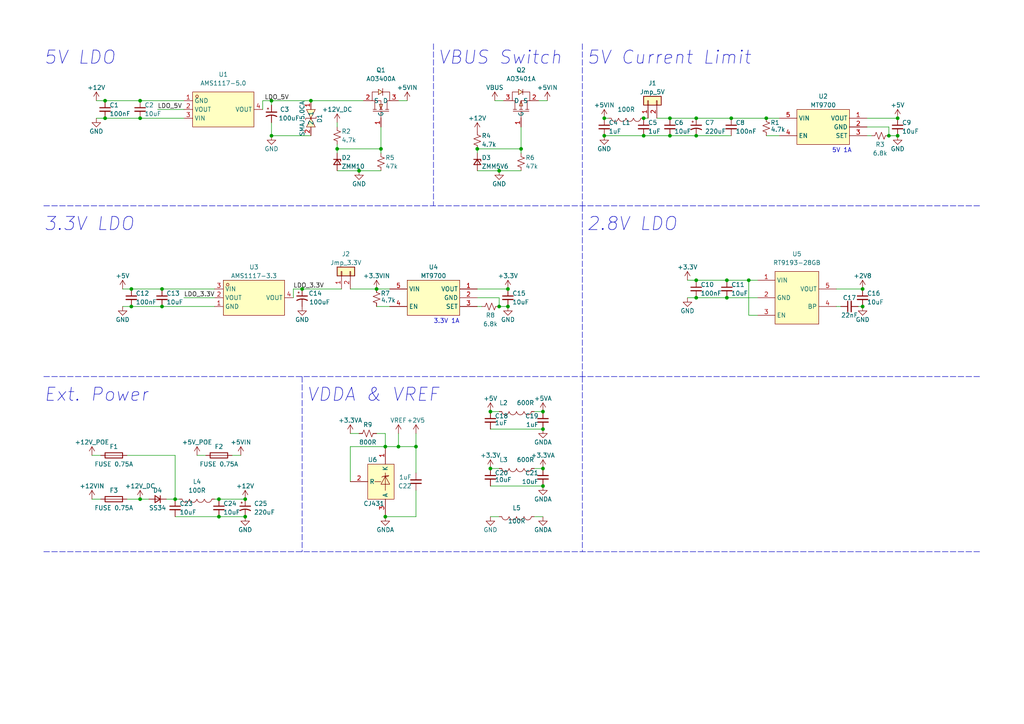
<source format=kicad_sch>
(kicad_sch (version 20211123) (generator eeschema)
  (paper "A4")
  (title_block (title "Power") (date "2022-10-25") (rev "200") (company "A. Chen") (comment 1 "CCTV3_F407ZET_REV100"))
  (lib_symbols
    (symbol "Connector_Generic:Conn_01x02" (pin_names (offset 1.016) hide)
      (property "Reference" "J" (at 0 2.54 0))
      (property "Value" "Conn_01x02" (at 0 -5.08 0))
      (symbol "Conn_01x02_1_1"
        (pin passive line (at -5.08 0 0) (length 3.81) (name "Pin_1") (number "1"))
        (pin passive line (at -5.08 -2.54 0) (length 3.81) (name "Pin_2") (number "2"))
      )
    )
    (symbol "Device:D_Small" (pin_numbers hide) (pin_names (offset 0.254) hide)
      (property "Reference" "D" (at -1.27 2.032 0))
      (property "Value" "D_Small" (at -3.81 -2.032 0))
      (symbol "D_Small_1_1"
        (pin passive line (at -2.54 0 0) (length 1.778) (name "K") (number "1"))
        (pin passive line (at 2.54 0 180) (length 1.778) (name "A") (number "2"))
      )
    )
    (symbol "Device:D_Zener_Small" (pin_numbers hide) (pin_names (offset 0.254) hide)
      (property "Reference" "D" (at 0 2.286 0))
      (property "Value" "D_Zener_Small" (at 0 -2.286 0))
      (symbol "D_Zener_Small_1_1"
        (pin passive line (at -2.54 0 0) (length 1.778) (name "K") (number "1"))
        (pin passive line (at 2.54 0 180) (length 1.778) (name "A") (number "2"))
      )
    )
    (symbol "Device:Fuse" (pin_numbers hide) (pin_names (offset 0))
      (property "Reference" "F" (at 2.032 0 90))
      (property "Value" "Fuse" (at -1.905 0 90))
      (symbol "Fuse_1_1"
        (pin passive line (at 0 3.81 270) (length 1.27) (name "~") (number "1"))
        (pin passive line (at 0 -3.81 90) (length 1.27) (name "~") (number "2"))
      )
    )
    (symbol "lcsc_parts:AMS1117-3.3"
      (property "Reference" "U" (at 0 7.62 0))
      (property "Value" "AMS1117-3.3" (at 0 -7.62 0))
      (symbol "AMS1117-3.3_0_1"
        (pin unspecified line (at -11.43 -2.54 0) (length 2.54) (name "GND") (number "1"))
        (pin unspecified line (at -11.43 0 0) (length 2.54) (name "VOUT") (number "2"))
        (pin unspecified line (at -11.43 2.54 0) (length 2.54) (name "VIN") (number "3"))
        (pin unspecified line (at 11.43 0 180) (length 2.54) (name "VOUT") (number "4"))
      )
    )
    (symbol "lcsc_parts:AMS1117-5.0"
      (property "Reference" "U" (at 0 7.62 0))
      (property "Value" "AMS1117-5.0" (at 0 -7.62 0))
      (symbol "AMS1117-5.0_0_1"
        (pin unspecified line (at -11.43 2.54 0) (length 2.54) (name "GND") (number "1"))
        (pin unspecified line (at -11.43 0 0) (length 2.54) (name "VOUT") (number "2"))
        (pin unspecified line (at -11.43 -2.54 0) (length 2.54) (name "VIN") (number "3"))
        (pin unspecified line (at 11.43 0 180) (length 2.54) (name "VOUT") (number "4"))
      )
    )
    (symbol "lcsc_parts:AO3400A"
      (property "Reference" "Q" (at 0 10.16 0))
      (property "Value" "AO3400A" (at 0 -10.16 0))
      (symbol "AO3400A_0_1"
        (pin unspecified line (at -5.08 0 0) (length 2.54) (name "G") (number "1"))
        (pin unspecified line (at 2.54 -5.08 90) (length 2.54) (name "S") (number "2"))
        (pin unspecified line (at 2.54 5.08 270) (length 2.54) (name "D") (number "3"))
      )
    )
    (symbol "lcsc_parts:AO3401A"
      (property "Reference" "Q" (at 0 10.16 0))
      (property "Value" "AO3401A" (at 0 -10.16 0))
      (symbol "AO3401A_0_1"
        (pin unspecified line (at -5.08 0 0) (length 2.54) (name "G") (number "1"))
        (pin unspecified line (at 2.54 -5.08 90) (length 2.54) (name "S") (number "2"))
        (pin unspecified line (at 2.54 5.08 270) (length 2.54) (name "D") (number "3"))
      )
    )
    (symbol "lcsc_parts:CJ431_C3113"
      (property "Reference" "U" (at 0 15.24 0))
      (property "Value" "CJ431_C3113" (at 0 -15.24 0))
      (symbol "CJ431_C3113_0_1"
        (pin unspecified line (at 3.81 10.16 270) (length 5.08) (name "K") (number "1"))
        (pin unspecified line (at -6.35 0 0) (length 5.08) (name "R") (number "2"))
        (pin unspecified line (at 3.81 -10.16 90) (length 5.08) (name "A") (number "3"))
      )
    )
    (symbol "lcsc_parts:Cap" (pin_numbers hide) (pin_names (offset 0.254) hide)
      (property "Reference" "C" (at 0.254 1.778 0))
      (property "Value" "Cap" (at 0.254 -2.032 0))
      (symbol "Cap_1_1"
        (pin passive line (at 0 2.54 270) (length 2.032) (name "~") (number "1"))
        (pin passive line (at 0 -2.54 90) (length 2.032) (name "~") (number "2"))
      )
    )
    (symbol "lcsc_parts:Cap_Polarized" (pin_numbers hide) (pin_names (offset 0.254) hide)
      (property "Reference" "C" (at 0.254 1.778 0))
      (property "Value" "Cap_Polarized" (at 0.254 -2.032 0))
      (symbol "Cap_Polarized_1_1"
        (pin passive line (at 0 2.54 270) (length 2.032) (name "~") (number "1"))
        (pin passive line (at 0 -2.54 90) (length 2.032) (name "~") (number "2"))
      )
    )
    (symbol "lcsc_parts:GZ1608D601TF" (pin_numbers hide) (pin_names hide)
      (property "Reference" "L" (at 0 5.08 0))
      (property "Value" "GZ1608D601TF" (at 0 -5.08 0))
      (symbol "GZ1608D601TF_0_1"
        (pin unspecified line (at -5.08 0 0) (length 0.762) (name "1") (number "1"))
        (pin unspecified line (at 5.08 0 180) (length 0.762) (name "2") (number "2"))
      )
    )
    (symbol "lcsc_parts:GZ2012D101TF" (pin_numbers hide) (pin_names hide)
      (property "Reference" "L" (at 0 5.08 0))
      (property "Value" "GZ2012D101TF" (at 0 -5.08 0))
      (symbol "GZ2012D101TF_0_1"
        (pin unspecified line (at -5.08 0 0) (length 0.762) (name "1") (number "1"))
        (pin unspecified line (at 5.08 0 180) (length 0.762) (name "2") (number "2"))
      )
    )
    (symbol "lcsc_parts:MT9700"
      (property "Reference" "U" (at 0 7.62 0))
      (property "Value" "MT9700" (at 0 -7.62 0))
      (symbol "MT9700_0_1"
        (pin unspecified line (at -12.7 -2.54 0) (length 5.08) (name "VOUT") (number "1"))
        (pin unspecified line (at -12.7 0 0) (length 5.08) (name "GND") (number "2"))
        (pin unspecified line (at -12.7 2.54 0) (length 5.08) (name "SET") (number "3"))
        (pin unspecified line (at 12.7 2.54 180) (length 5.08) (name "EN") (number "4"))
        (pin unspecified line (at 12.7 -2.54 180) (length 5.08) (name "VIN") (number "5"))
      )
    )
    (symbol "lcsc_parts:RT9193-28GB"
      (property "Reference" "U" (at 0 10.16 0))
      (property "Value" "RT9193-28GB" (at 0 -10.16 0))
      (symbol "RT9193-28GB_0_1"
        (pin unspecified line (at -11.43 5.08 0) (length 5.08) (name "VIN") (number "1"))
        (pin unspecified line (at -11.43 0 0) (length 5.08) (name "GND") (number "2"))
        (pin unspecified line (at -11.43 -5.08 0) (length 5.08) (name "EN") (number "3"))
        (pin unspecified line (at 11.43 -2.54 180) (length 5.08) (name "BP") (number "4"))
        (pin unspecified line (at 11.43 2.54 180) (length 5.08) (name "VOUT") (number "5"))
      )
    )
    (symbol "lcsc_parts:Res" (pin_numbers hide) (pin_names (offset 0.254) hide)
      (property "Reference" "R" (at 0.762 0.508 0))
      (property "Value" "Res" (at 0.762 -1.016 0))
      (symbol "Res_1_1"
        (pin passive line (at 0 2.54 270) (length 1.016) (name "~") (number "1"))
        (pin passive line (at 0 -2.54 90) (length 1.016) (name "~") (number "2"))
      )
    )
    (symbol "lcsc_parts:SMAJ5.0CA-C83324"
      (property "Reference" "D" (at 0 5.08 0))
      (property "Value" "SMAJ5.0CA-C83324" (at 0 -5.08 0))
      (symbol "SMAJ5.0CA-C83324_0_1"
        (pin unspecified line (at -5.08 0 0) (length 2.54) (name "1") (number "1"))
        (pin unspecified line (at 5.08 0 180) (length 2.54) (name "2") (number "2"))
      )
    )
    (symbol "power:+12V" (power) (pin_names (offset 0))
      (property "Value" "+12V" (at 0 3.556 0))
      (symbol "+12V_1_1"
        (pin power_in line (at 0 0 90) (length 0) hide (name "+12V") (number "1"))
      )
    )
    (symbol "power:+12VIN" (power) (pin_names (offset 0))
      (property "Value" "+12VIN" (at 0 3.556 0))
      (symbol "+12VIN_1_1"
        (pin power_in line (at 0 0 90) (length 0) hide (name "+12VIN") (number "1"))
      )
    )
    (symbol "power:+12V_DC" (power) (pin_names (offset 0))
      (property "Value" "+12V_DC" (at 0 3.556 0))
      (symbol "+12V_DC_1_1"
        (pin power_in line (at 0 0 90) (length 0) hide (name "+12V_DC") (number "1"))
      )
    )
    (symbol "power:+12V_POE" (power) (pin_names (offset 0))
      (property "Value" "+12V_POE" (at 0 3.556 0))
      (symbol "+12V_POE_1_1"
        (pin power_in line (at 0 0 90) (length 0) hide (name "+12V_POE") (number "1"))
      )
    )
    (symbol "power:+2V5" (power) (pin_names (offset 0))
      (property "Value" "+2V5" (at 0 3.556 0))
      (symbol "+2V5_1_1"
        (pin power_in line (at 0 0 90) (length 0) hide (name "+2V5") (number "1"))
      )
    )
    (symbol "power:+2V8" (power) (pin_names (offset 0))
      (property "Value" "+2V8" (at 0 3.556 0))
      (symbol "+2V8_1_1"
        (pin power_in line (at 0 0 90) (length 0) hide (name "+2V8") (number "1"))
      )
    )
    (symbol "power:+3.3V" (power) (pin_names (offset 0))
      (property "Value" "+3.3V" (at 0 3.556 0))
      (symbol "+3.3V_1_1"
        (pin power_in line (at 0 0 90) (length 0) hide (name "+3.3V") (number "1"))
      )
    )
    (symbol "power:+3.3VA" (power) (pin_names (offset 0))
      (property "Value" "+3.3VA" (at 0 3.556 0))
      (symbol "+3.3VA_1_1"
        (pin power_in line (at 0 0 90) (length 0) hide (name "+3.3VA") (number "1"))
      )
    )
    (symbol "power:+3.3VIN" (power) (pin_names (offset 0))
      (property "Value" "+3.3VIN" (at 0 3.556 0))
      (symbol "+3.3VIN_1_1"
        (pin power_in line (at 0 0 90) (length 0) hide (name "+3.3VIN") (number "1"))
      )
    )
    (symbol "power:+5V" (power) (pin_names (offset 0))
      (property "Value" "+5V" (at 0 3.556 0))
      (symbol "+5V_1_1"
        (pin power_in line (at 0 0 90) (length 0) hide (name "+5V") (number "1"))
      )
    )
    (symbol "power:+5VA" (power) (pin_names (offset 0))
      (property "Value" "+5VA" (at 0 3.556 0))
      (symbol "+5VA_1_1"
        (pin power_in line (at 0 0 90) (length 0) hide (name "+5VA") (number "1"))
      )
    )
    (symbol "power:+5VIN" (power) (pin_names (offset 0))
      (property "Value" "+5VIN" (at 0 3.556 0))
      (symbol "+5VIN_1_1"
        (pin power_in line (at 0 0 90) (length 0) hide (name "+5VIN") (number "1"))
      )
    )
    (symbol "power:+5V_POE" (power) (pin_names (offset 0))
      (property "Value" "+5V_POE" (at 0 3.556 0))
      (symbol "+5V_POE_1_1"
        (pin power_in line (at 0 0 90) (length 0) hide (name "+5V_POE") (number "1"))
      )
    )
    (symbol "power:GND" (power) (pin_names (offset 0))
      (property "Value" "GND" (at 0 -3.81 0))
      (symbol "GND_1_1"
        (pin power_in line (at 0 0 270) (length 0) hide (name "GND") (number "1"))
      )
    )
    (symbol "power:GNDA" (power) (pin_names (offset 0))
      (property "Value" "GNDA" (at 0 -3.81 0))
      (symbol "GNDA_1_1"
        (pin power_in line (at 0 0 270) (length 0) hide (name "GNDA") (number "1"))
      )
    )
    (symbol "power:VBUS" (power) (pin_names (offset 0))
      (property "Value" "VBUS" (at 0 3.81 0))
      (symbol "VBUS_1_1"
        (pin power_in line (at 0 0 90) (length 0) hide (name "VBUS") (number "1"))
      )
    )
    (symbol "power:VREF" (power) (pin_names (offset 0))
      (property "Value" "VREF" (at 0 3.81 0))
      (symbol "VREF_1_1"
        (pin power_in line (at 0 0 90) (length 0) hide (name "VREF") (number "1"))
      )
    )
  )
  (junction (at 175.26 34.29))
  (junction (at 201.93 81.28))
  (junction (at 144.78 49.53))
  (junction (at 186.69 34.29))
  (junction (at 40.64 34.29))
  (junction (at 147.32 83.82))
  (junction (at 194.31 34.29))
  (junction (at 78.74 29.21))
  (junction (at 87.63 83.82))
  (junction (at 157.48 135.89))
  (junction (at 201.93 34.29))
  (junction (at 40.64 144.78))
  (junction (at 63.5 149.86))
  (junction (at 175.26 39.37))
  (junction (at 142.24 135.89))
  (junction (at 78.74 39.37))
  (junction (at 71.12 144.78))
  (junction (at 71.12 149.86))
  (junction (at 151.13 43.18))
  (junction (at 50.8 144.78))
  (junction (at 260.35 34.29))
  (junction (at 212.09 34.29))
  (junction (at 63.5 144.78))
  (junction (at 40.64 29.21))
  (junction (at 109.22 83.82))
  (junction (at 46.99 83.82))
  (junction (at 97.79 43.18))
  (junction (at 30.48 29.21))
  (junction (at 157.48 140.97))
  (junction (at 157.48 124.46))
  (junction (at 250.19 88.9))
  (junction (at 147.32 88.9))
  (junction (at 250.19 83.82))
  (junction (at 210.82 81.28))
  (junction (at 90.17 29.21))
  (junction (at 111.76 149.86))
  (junction (at 201.93 39.37))
  (junction (at 157.48 119.38))
  (junction (at 194.31 39.37))
  (junction (at 222.25 34.29))
  (junction (at 30.48 34.29))
  (junction (at 111.76 129.54))
  (junction (at 260.35 39.37))
  (junction (at 257.81 39.37))
  (junction (at 120.65 129.54))
  (junction (at 217.17 81.28))
  (junction (at 142.24 119.38))
  (junction (at 38.1 83.82))
  (junction (at 104.14 49.53))
  (junction (at 144.78 88.9))
  (junction (at 138.43 43.18))
  (junction (at 210.82 86.36))
  (junction (at 46.99 88.9))
  (junction (at 115.57 129.54))
  (junction (at 186.69 39.37))
  (junction (at 201.93 86.36))
  (junction (at 110.49 43.18))
  (junction (at 38.1 88.9))
  (wire (pts (xy 138.43 86.36) (xy 144.78 86.36)))
  (wire (pts (xy 97.79 49.53) (xy 104.14 49.53)))
  (wire (pts (xy 201.93 34.29) (xy 212.09 34.29)))
  (wire (pts (xy 97.79 43.18) (xy 97.79 41.91)))
  (wire (pts (xy 142.24 135.89) (xy 144.78 135.89)))
  (wire (pts (xy 142.24 119.38) (xy 144.78 119.38)))
  (wire (pts (xy 201.93 81.28) (xy 210.82 81.28)))
  (wire (pts (xy 67.31 132.08) (xy 69.85 132.08)))
  (wire (pts (xy 138.43 49.53) (xy 144.78 49.53)))
  (wire (pts (xy 115.57 129.54) (xy 111.76 129.54)))
  (wire (pts (xy 252.73 39.37) (xy 251.46 39.37)))
  (wire (pts (xy 78.74 39.37) (xy 90.17 39.37)))
  (wire (pts (xy 217.17 91.44) (xy 219.71 91.44)))
  (wire (pts (xy 76.2 31.75) (xy 76.2 29.21)))
  (wire (pts (xy 115.57 129.54) (xy 120.65 129.54)))
  (wire (pts (xy 143.51 29.21) (xy 146.05 29.21)))
  (wire (pts (xy 46.99 88.9) (xy 62.23 88.9)))
  (wire (pts (xy 154.94 149.86) (xy 157.48 149.86)))
  (wire (pts (xy 50.8 149.86) (xy 63.5 149.86)))
  (wire (pts (xy 35.56 83.82) (xy 38.1 83.82)))
  (wire (pts (xy 30.48 34.29) (xy 40.64 34.29)))
  (wire (pts (xy 151.13 36.83) (xy 151.13 43.18)))
  (wire (pts (xy 115.57 29.21) (xy 118.11 29.21)))
  (wire (pts (xy 190.5 34.29) (xy 194.31 34.29)))
  (wire (pts (xy 199.39 86.36) (xy 201.93 86.36)))
  (wire (pts (xy 78.74 29.21) (xy 90.17 29.21)))
  (wire (pts (xy 139.7 88.9) (xy 138.43 88.9)))
  (wire (pts (xy 222.25 34.29) (xy 226.06 34.29)))
  (wire (pts (xy 175.26 39.37) (xy 186.69 39.37)))
  (wire (pts (xy 120.65 142.24) (xy 120.65 149.86)))
  (wire (pts (xy 144.78 49.53) (xy 151.13 49.53)))
  (wire (pts (xy 120.65 129.54) (xy 120.65 137.16)))
  (wire (pts (xy 251.46 36.83) (xy 257.81 36.83)))
  (wire (pts (xy 251.46 34.29) (xy 260.35 34.29)))
  (wire (pts (xy 120.65 149.86) (xy 111.76 149.86)))
  (wire (pts (xy 63.5 149.86) (xy 71.12 149.86)))
  (wire (pts (xy 50.8 132.08) (xy 50.8 144.78)))
  (wire (pts (xy 257.81 39.37) (xy 260.35 39.37)))
  (wire (pts (xy 97.79 44.45) (xy 97.79 43.18)))
  (wire (pts (xy 27.94 29.21) (xy 30.48 29.21)))
  (wire (pts (xy 194.31 39.37) (xy 201.93 39.37)))
  (wire (pts (xy 111.76 125.73) (xy 111.76 129.54)))
  (wire (pts (xy 142.24 124.46) (xy 157.48 124.46)))
  (wire (pts (xy 199.39 81.28) (xy 201.93 81.28)))
  (wire (pts (xy 217.17 81.28) (xy 217.17 91.44)))
  (wire (pts (xy 157.48 135.89) (xy 154.94 135.89)))
  (wire (pts (xy 90.17 29.21) (xy 105.41 29.21)))
  (wire (pts (xy 78.74 39.37) (xy 78.74 35.56)))
  (wire (pts (xy 78.74 30.48) (xy 78.74 29.21)))
  (wire (pts (xy 63.5 144.78) (xy 71.12 144.78)))
  (wire (pts (xy 40.64 144.78) (xy 36.83 144.78)))
  (wire (pts (xy 76.2 29.21) (xy 78.74 29.21)))
  (wire (pts (xy 222.25 39.37) (xy 226.06 39.37)))
  (wire (pts (xy 104.14 49.53) (xy 110.49 49.53)))
  (wire (pts (xy 38.1 88.9) (xy 46.99 88.9)))
  (wire (pts (xy 151.13 44.45) (xy 151.13 43.18)))
  (wire (pts (xy 26.67 132.08) (xy 29.21 132.08)))
  (wire (pts (xy 45.72 31.75) (xy 53.34 31.75)))
  (wire (pts (xy 257.81 36.83) (xy 257.81 39.37)))
  (wire (pts (xy 138.43 83.82) (xy 147.32 83.82)))
  (wire (pts (xy 29.21 144.78) (xy 26.67 144.78)))
  (polyline (pts (xy 12.7 59.69) (xy 284.48 59.69)))
  (wire (pts (xy 186.69 34.29) (xy 187.96 34.29)))
  (wire (pts (xy 242.57 83.82) (xy 250.19 83.82)))
  (wire (pts (xy 101.6 125.73) (xy 104.14 125.73)))
  (wire (pts (xy 110.49 36.83) (xy 110.49 43.18)))
  (wire (pts (xy 210.82 81.28) (xy 217.17 81.28)))
  (wire (pts (xy 101.6 129.54) (xy 101.6 139.7)))
  (polyline (pts (xy 168.91 12.7) (xy 168.91 59.69)))
  (polyline (pts (xy 125.73 12.7) (xy 125.73 59.69)))
  (wire (pts (xy 109.22 83.82) (xy 113.03 83.82)))
  (wire (pts (xy 101.6 83.82) (xy 109.22 83.82)))
  (wire (pts (xy 243.84 88.9) (xy 242.57 88.9)))
  (wire (pts (xy 97.79 35.56) (xy 97.79 36.83)))
  (wire (pts (xy 43.18 144.78) (xy 40.64 144.78)))
  (wire (pts (xy 201.93 39.37) (xy 212.09 39.37)))
  (wire (pts (xy 35.56 88.9) (xy 38.1 88.9)))
  (wire (pts (xy 138.43 43.18) (xy 151.13 43.18)))
  (wire (pts (xy 27.94 34.29) (xy 30.48 34.29)))
  (wire (pts (xy 194.31 34.29) (xy 201.93 34.29)))
  (wire (pts (xy 109.22 88.9) (xy 113.03 88.9)))
  (wire (pts (xy 248.92 88.9) (xy 250.19 88.9)))
  (wire (pts (xy 212.09 34.29) (xy 222.25 34.29)))
  (wire (pts (xy 40.64 34.29) (xy 53.34 34.29)))
  (wire (pts (xy 142.24 149.86) (xy 144.78 149.86)))
  (wire (pts (xy 110.49 44.45) (xy 110.49 43.18)))
  (wire (pts (xy 46.99 83.82) (xy 62.23 83.82)))
  (polyline (pts (xy 168.91 59.69) (xy 168.91 109.22)))
  (wire (pts (xy 138.43 44.45) (xy 138.43 43.18)))
  (wire (pts (xy 40.64 29.21) (xy 53.34 29.21)))
  (wire (pts (xy 62.23 144.78) (xy 63.5 144.78)))
  (polyline (pts (xy 12.7 109.22) (xy 284.48 109.22)))
  (wire (pts (xy 85.09 83.82) (xy 87.63 83.82)))
  (wire (pts (xy 156.21 29.21) (xy 158.75 29.21)))
  (wire (pts (xy 201.93 86.36) (xy 210.82 86.36)))
  (wire (pts (xy 210.82 86.36) (xy 219.71 86.36)))
  (wire (pts (xy 57.15 132.08) (xy 59.69 132.08)))
  (wire (pts (xy 186.69 39.37) (xy 194.31 39.37)))
  (wire (pts (xy 120.65 129.54) (xy 120.65 125.73)))
  (wire (pts (xy 217.17 81.28) (xy 219.71 81.28)))
  (wire (pts (xy 36.83 132.08) (xy 50.8 132.08)))
  (wire (pts (xy 53.34 86.36) (xy 62.23 86.36)))
  (polyline (pts (xy 87.63 109.22) (xy 87.63 160.02)))
  (wire (pts (xy 30.48 29.21) (xy 40.64 29.21)))
  (wire (pts (xy 142.24 140.97) (xy 157.48 140.97)))
  (wire (pts (xy 97.79 43.18) (xy 110.49 43.18)))
  (wire (pts (xy 48.26 144.78) (xy 50.8 144.78)))
  (wire (pts (xy 87.63 83.82) (xy 99.06 83.82)))
  (wire (pts (xy 115.57 125.73) (xy 115.57 129.54)))
  (wire (pts (xy 109.22 125.73) (xy 111.76 125.73)))
  (wire (pts (xy 144.78 86.36) (xy 144.78 88.9)))
  (wire (pts (xy 38.1 83.82) (xy 46.99 83.82)))
  (polyline (pts (xy 168.91 109.22) (xy 168.91 160.02)))
  (wire (pts (xy 85.09 86.36) (xy 85.09 83.82)))
  (polyline (pts (xy 12.7 160.02) (xy 284.48 160.02)))
  (wire (pts (xy 157.48 119.38) (xy 154.94 119.38)))
  (wire (pts (xy 101.6 129.54) (xy 111.76 129.54)))
  (wire (pts (xy 144.78 88.9) (xy 147.32 88.9)))
  (wire (pts (xy 175.26 34.29) (xy 176.53 34.29)))
  (wire (pts (xy 50.8 144.78) (xy 52.07 144.78)))
  (text "5V Current Limit" (at 170.18 19.05 0) (effects (font (size 3.81 3.81) italic) (justify left bottom)))
  (text "2.8V LDO" (at 170.18 67.31 0) (effects (font (size 3.81 3.81) italic) (justify left bottom)))
  (text "3.3V 1A" (at 125.73 93.98 0) (effects (font (size 1.27 1.27)) (justify left bottom)))
  (text "5V LDO\n" (at 12.7 19.05 0) (effects (font (size 3.81 3.81) italic) (justify left bottom)))
  (text "VBUS Switch" (at 127 19.05 0) (effects (font (size 3.81 3.81) italic) (justify left bottom)))
  (text "VDDA & VREF" (at 88.9 116.84 0) (effects (font (size 3.81 3.81) italic) (justify left bottom)))
  (text "3.3V LDO" (at 12.7 67.31 0) (effects (font (size 3.81 3.81) italic) (justify left bottom)))
  (text "Ext. Power" (at 12.7 116.84 0) (effects (font (size 3.81 3.81) italic) (justify left bottom)))
  (text "5V 1A" (at 241.3 44.45 0) (effects (font (size 1.27 1.27)) (justify left bottom)))
  (label "LDO_3.3V" (at 53.34 86.36 0))
  (label "LDO_5V" (at 45.72 31.75 0))
  (label "LDO_5V" (at 83.82 29.21 180))
  (label "LDO_3.3V" (at 93.98 83.82 180))
  (symbol (lib_id "lcsc_parts:Res") (at 106.68 125.73 270) (unit 1)
    (property "Reference" "R9" (at 106.68 123.19 90))
    (property "Value" "800R" (at 106.68 128.27 90))
    (property "Footprint" "Resistor_SMD:R_0603_1608Metric" (effects hide))
    (property "LCSC Part" "TBD" (effects hide))
  )
  (symbol (lib_id "Device:D_Zener_Small") (at 97.79 46.99 270) (unit 1)
    (property "Reference" "D2" (at 99.06 45.72 90) (effects (justify left)))
    (property "Value" "ZMM10" (at 99.06 48.26 90) (effects (justify left)))
    (property "Footprint" "lcsc_parts:LL-34_L3.5-W1.5-RD" (effects hide))
    (property "Datasheet" "https://lcsc.com/product-detail/Zener-Diodes_Slkor-SLKORMICRO-Elec-ZMM10_C707201.html" (effects hide))
    (property "Manufacturer" "Slkor(SLKORMICRO Elec.)" (effects hide))
    (property "LCSC Part" "C707201" (effects hide))
    (property "JLC Part" "Extended Part" (effects hide))
  )
  (symbol (lib_id "lcsc_parts:Cap") (at 194.31 36.83 0) (unit 1)
    (property "Reference" "C6" (at 195.58 35.56 0) (effects (justify left)))
    (property "Value" "10uF" (at 195.58 38.1 0) (effects (justify left)))
    (property "Footprint" "Capacitor_SMD:C_0603_1608Metric" (effects hide))
    (property "Voltage" "25V" (effects hide))
    (property "LCSC Part" "TBD" (effects hide))
  )
  (symbol (lib_id "lcsc_parts:Res") (at 151.13 46.99 180) (unit 1)
    (property "Reference" "R6" (at 152.4 45.72 0) (effects (justify right)))
    (property "Value" "47k" (at 152.4 48.26 0) (effects (justify right)))
    (property "Footprint" "Resistor_SMD:R_0603_1608Metric" (effects hide))
    (property "LCSC Part" "TBD" (effects hide))
  )
  (symbol (lib_id "lcsc_parts:AMS1117-5.0") (at 64.77 31.75 0) (unit 1)
    (property "Reference" "U1" (at 64.77 21.59 0))
    (property "Value" "AMS1117-5.0" (at 64.77 24.13 0))
    (property "Footprint" "lcsc_parts:SOT-223_L6.5-W3.5-P2.30-LS7.0-BR" (effects hide))
    (property "Datasheet" "https://lcsc.com/product-detail/Low-Dropout-Regulators-LDO_AMS_AMS1117-5-0_AMS1117-5-0_C6187.html" (effects hide))
    (property "Manufacturer" "AMS" (effects hide))
    (property "LCSC Part" "C6187" (effects hide))
    (property "JLC Part" "Basic Part" (effects hide))
  )
  (symbol (lib_id "lcsc_parts:Res") (at 110.49 46.99 180) (unit 1)
    (property "Reference" "R5" (at 111.76 45.72 0) (effects (justify right)))
    (property "Value" "47k" (at 111.76 48.26 0) (effects (justify right)))
    (property "Footprint" "Resistor_SMD:R_0603_1608Metric" (effects hide))
    (property "LCSC Part" "TBD" (effects hide))
  )
  (symbol (lib_id "lcsc_parts:Cap") (at 246.38 88.9 90) (unit 1)
    (property "Reference" "C17" (at 246.38 86.36 90))
    (property "Value" "22nF" (at 246.38 91.44 90))
    (property "Footprint" "Capacitor_SMD:C_0402_1005Metric" (effects hide))
    (property "Voltage" "50V" (effects hide))
    (property "LCSC Part" "TBD" (effects hide))
  )
  (symbol (lib_id "Device:Fuse") (at 63.5 132.08 90) (unit 1)
    (property "Reference" "F2" (at 63.5 129.54 90))
    (property "Value" "FUSE 0.75A" (at 63.5 134.62 90))
    (property "Footprint" "Fuse:Fuse_1812_4532Metric" (effects hide))
    (property "Voltage" "33V" (effects hide))
  )
  (symbol (lib_id "power:+3.3VA") (at 157.48 135.89 0) (unit 1)
    (property "Reference" "#PWR035" (effects hide))
    (property "Value" "+3.3VA" (at 157.48 132.08 0))
  )
  (symbol (lib_id "lcsc_parts:Cap_Polarized") (at 87.63 86.36 0) (unit 1)
    (property "Reference" "C14" (at 91.44 85.09 0))
    (property "Value" "100uF" (at 92.71 87.63 0))
    (property "Footprint" "lcsc_parts:CAP-SMD_L3.5-W2.8" (effects hide))
    (property "Datasheet" "https://lcsc.com/product-detail/Tantalum-Capacitors_AVX_TAJB107K006RNJ_100uF-107-10-6-3V_C16133.html" (effects hide))
    (property "Manufacturer" "AVX" (effects hide))
    (property "LCSC Part" "TBD" (effects hide))
    (property "JLC Part" "Basic Part" (effects hide))
    (property "Voltage" "6.3V Tantalum" (effects hide))
  )
  (symbol (lib_id "lcsc_parts:Cap") (at 50.8 147.32 0) (unit 1)
    (property "Reference" "C23" (at 52.07 146.05 0) (effects (justify left)))
    (property "Value" "10uF" (at 52.07 148.59 0) (effects (justify left)))
    (property "Footprint" "Capacitor_SMD:C_1206_3216Metric" (effects hide))
    (property "Voltage" "50V" (effects hide))
    (property "LCSC Part" "TBD" (effects hide))
  )
  (symbol (lib_id "power:+12V_DC") (at 40.64 144.78 0) (unit 1)
    (property "Reference" "#PWR038" (effects hide))
    (property "Value" "+12V_DC" (at 40.64 140.97 0))
  )
  (symbol (lib_id "power:GND") (at 250.19 88.9 0) (unit 1)
    (property "Reference" "#PWR024" (effects hide))
    (property "Value" "GND" (at 250.19 92.71 0))
  )
  (symbol (lib_id "power:GNDA") (at 111.76 149.86 0) (unit 1)
    (property "Reference" "#PWR041" (effects hide))
    (property "Value" "GNDA" (at 111.76 153.67 0))
  )
  (symbol (lib_id "power:+5VIN") (at 175.26 34.29 0) (unit 1)
    (property "Reference" "#PWR06" (effects hide))
    (property "Value" "+5VIN" (at 175.26 30.48 0))
  )
  (symbol (lib_id "power:GNDA") (at 157.48 149.86 0) (unit 1)
    (property "Reference" "#PWR043" (effects hide))
    (property "Value" "GNDA" (at 157.48 153.67 0))
  )
  (symbol (lib_id "lcsc_parts:Res") (at 142.24 88.9 90) (unit 1)
    (property "Reference" "R8" (at 142.24 91.44 90))
    (property "Value" "6.8k" (at 142.24 93.98 90))
    (property "Footprint" "Resistor_SMD:R_0402_1005Metric" (effects hide))
    (property "LCSC Part" "TBD" (effects hide))
  )
  (symbol (lib_id "Connector_Generic:Conn_01x02") (at 187.96 29.21 90) (unit 1)
    (property "Reference" "J1" (at 189.23 24.13 90))
    (property "Value" "Jmp_5V" (at 189.23 26.67 90))
    (property "Footprint" "Connector_PinHeader_2.54mm:PinHeader_2x01_P2.54mm_Vertical" (effects hide))
  )
  (symbol (lib_id "power:GND") (at 199.39 86.36 0) (unit 1)
    (property "Reference" "#PWR020" (effects hide))
    (property "Value" "GND" (at 199.39 90.17 0))
  )
  (symbol (lib_id "power:GND") (at 260.35 39.37 0) (unit 1)
    (property "Reference" "#PWR012" (effects hide))
    (property "Value" "GND" (at 260.35 43.18 0))
  )
  (symbol (lib_id "lcsc_parts:Res") (at 138.43 40.64 180) (unit 1)
    (property "Reference" "R4" (at 139.7 39.37 0) (effects (justify right)))
    (property "Value" "4.7k" (at 139.7 41.91 0) (effects (justify right)))
    (property "Footprint" "Resistor_SMD:R_0603_1608Metric" (effects hide))
    (property "LCSC Part" "TBD" (effects hide))
  )
  (symbol (lib_id "lcsc_parts:Res") (at 255.27 39.37 90) (unit 1)
    (property "Reference" "R3" (at 255.27 41.91 90))
    (property "Value" "6.8k" (at 255.27 44.45 90))
    (property "Footprint" "Resistor_SMD:R_0402_1005Metric" (effects hide))
    (property "LCSC Part" "TBD" (effects hide))
  )
  (symbol (lib_id "power:+12V") (at 71.12 144.78 0) (unit 1)
    (property "Reference" "#PWR039" (effects hide))
    (property "Value" "+12V" (at 71.12 140.97 0))
  )
  (symbol (lib_id "lcsc_parts:Cap") (at 120.65 139.7 180) (unit 1)
    (property "Reference" "C22" (at 119.38 140.97 0) (effects (justify left)))
    (property "Value" "1uF" (at 119.38 138.43 0) (effects (justify left)))
    (property "Footprint" "Capacitor_SMD:C_0603_1608Metric" (effects hide))
    (property "Voltage" "16V" (effects hide))
    (property "LCSC Part" "TBD" (effects hide))
  )
  (symbol (lib_id "lcsc_parts:Cap") (at 157.48 138.43 0) (unit 1)
    (property "Reference" "C21" (at 156.21 137.16 0) (effects (justify right)))
    (property "Value" "10uF" (at 156.21 139.7 0) (effects (justify right)))
    (property "Footprint" "Capacitor_SMD:C_0402_1005Metric" (effects hide))
    (property "Voltage" "50V" (effects hide))
    (property "LCSC Part" "TBD" (effects hide))
  )
  (symbol (lib_id "lcsc_parts:MT9700") (at 125.73 86.36 180) (unit 1)
    (property "Reference" "U4" (at 125.73 77.47 0))
    (property "Value" "MT9700" (at 125.73 80.01 0))
    (property "Footprint" "lcsc_parts:SOT-23-5_L3.0-W1.7-P0.95-LS2.8-BR" (effects hide))
    (property "Datasheet" "https://lcsc.com/product-detail/PMIC-Power-Distribution-Switches_MT9700_C89855.html" (effects hide))
    (property "Manufacturer" "AEROSEMI" (effects hide))
    (property "LCSC Part" "C89855" (effects hide))
    (property "JLC Part" "Extended Part" (effects hide))
  )
  (symbol (lib_id "lcsc_parts:Cap_Polarized") (at 71.12 147.32 0) (unit 1)
    (property "Reference" "C25" (at 73.66 146.05 0) (effects (justify left)))
    (property "Value" "220uF" (at 73.66 148.59 0) (effects (justify left)))
    (property "Footprint" "lcsc_parts:CAP-SMD_BD6.3-L6.6-W6.6-LS7.2-R-RD" (effects hide))
    (property "Datasheet" "https://lcsc.com/product-detail/Others_Lelon-VZT221M1ETR-0607_C371974.html" (effects hide))
    (property "Manufacturer" "Lelon" (effects hide))
    (property "LCSC Part" "C371974" (effects hide))
    (property "JLC Part" "Extended Part" (effects hide))
    (property "Voltage" "25V" (effects hide))
  )
  (symbol (lib_id "power:GND") (at 35.56 88.9 0) (unit 1)
    (property "Reference" "#PWR021" (effects hide))
    (property "Value" "GND" (at 35.56 92.71 0))
  )
  (symbol (lib_id "lcsc_parts:Cap") (at 157.48 121.92 0) (unit 1)
    (property "Reference" "C19" (at 156.21 120.65 0) (effects (justify right)))
    (property "Value" "1uF" (at 156.21 123.19 0) (effects (justify right)))
    (property "Footprint" "Capacitor_SMD:C_0402_1005Metric" (effects hide))
    (property "Voltage" "50V" (effects hide))
    (property "LCSC Part" "TBD" (effects hide))
  )
  (symbol (lib_id "power:VBUS") (at 143.51 29.21 0) (unit 1)
    (property "Reference" "#PWR03" (effects hide))
    (property "Value" "VBUS" (at 143.51 25.4 0))
  )
  (symbol (lib_id "power:+3.3VA") (at 101.6 125.73 0) (unit 1)
    (property "Reference" "#PWR028" (effects hide))
    (property "Value" "+3.3VA" (at 101.6 121.92 0))
  )
  (symbol (lib_id "lcsc_parts:RT9193-28GB") (at 231.14 86.36 0) (unit 1)
    (property "Reference" "U5" (at 231.14 73.66 0))
    (property "Value" "RT9193-28GB" (at 231.14 76.2 0))
    (property "Footprint" "lcsc_parts:SOT-23-5_L3.0-W1.7-P0.95-LS2.8-BR" (effects hide))
    (property "Datasheet" "https://lcsc.com/product-detail/Low-Dropout-Regulators-LDO_RT9193-28GB_C56731.html" (effects hide))
    (property "Manufacturer" "RICHTEK" (effects hide))
    (property "LCSC Part" "C56731" (effects hide))
    (property "JLC Part" "Extended Part" (effects hide))
  )
  (symbol (lib_id "power:+3.3V") (at 199.39 81.28 0) (unit 1)
    (property "Reference" "#PWR015" (effects hide))
    (property "Value" "+3.3V" (at 199.39 77.47 0))
  )
  (symbol (lib_id "power:+12V_DC") (at 97.79 35.56 0) (unit 1)
    (property "Reference" "#PWR08" (effects hide))
    (property "Value" "+12V_DC" (at 97.79 31.75 0))
  )
  (symbol (lib_id "lcsc_parts:Cap") (at 250.19 86.36 0) (unit 1)
    (property "Reference" "C16" (at 251.46 85.09 0) (effects (justify left)))
    (property "Value" "10uF" (at 251.46 87.63 0) (effects (justify left)))
    (property "Footprint" "Capacitor_SMD:C_0402_1005Metric" (effects hide))
    (property "Voltage" "6.3V" (effects hide))
    (property "LCSC Part" "TBD" (effects hide))
  )
  (symbol (lib_id "lcsc_parts:Cap") (at 260.35 36.83 0) (unit 1)
    (property "Reference" "C9" (at 261.62 35.56 0) (effects (justify left)))
    (property "Value" "10uF" (at 261.62 38.1 0) (effects (justify left)))
    (property "Footprint" "Capacitor_SMD:C_0603_1608Metric" (effects hide))
    (property "Voltage" "25V" (effects hide))
    (property "LCSC Part" "TBD" (effects hide))
  )
  (symbol (lib_id "power:+3.3VIN") (at 109.22 83.82 0) (unit 1)
    (property "Reference" "#PWR017" (effects hide))
    (property "Value" "+3.3VIN" (at 109.22 80.01 0))
  )
  (symbol (lib_id "Connector_Generic:Conn_01x02") (at 99.06 78.74 90) (unit 1)
    (property "Reference" "J2" (at 100.33 73.66 90))
    (property "Value" "Jmp_3.3V" (at 100.33 76.2 90))
    (property "Footprint" "Connector_PinHeader_2.54mm:PinHeader_2x01_P2.54mm_Vertical" (effects hide))
  )
  (symbol (lib_id "Device:D_Zener_Small") (at 138.43 46.99 270) (unit 1)
    (property "Reference" "D3" (at 139.7 45.72 90) (effects (justify left)))
    (property "Value" "ZMM5V6" (at 139.7 48.26 90) (effects (justify left)))
    (property "Footprint" "lcsc_parts:LL-34_L3.5-W1.5-RD" (effects hide))
    (property "Datasheet" "https://lcsc.com/product-detail/Zener-Diodes_ZMM5V6_C8062.html" (effects hide))
    (property "Manufacturer" "SEMTECH" (effects hide))
    (property "LCSC Part" "C8062" (effects hide))
    (property "JLC Part" "Basic Part" (effects hide))
  )
  (symbol (lib_id "lcsc_parts:Cap") (at 142.24 121.92 0) (unit 1)
    (property "Reference" "C18" (at 143.51 120.65 0) (effects (justify left)))
    (property "Value" "1uF" (at 143.51 121.92 0) (effects (justify left top)))
    (property "Footprint" "Capacitor_SMD:C_0402_1005Metric" (effects hide))
    (property "Voltage" "50V" (effects hide))
    (property "LCSC Part" "TBD" (effects hide))
  )
  (symbol (lib_id "power:+5V") (at 260.35 34.29 0) (unit 1)
    (property "Reference" "#PWR07" (effects hide))
    (property "Value" "+5V" (at 260.35 30.48 0))
  )
  (symbol (lib_id "lcsc_parts:Cap_Polarized") (at 78.74 33.02 0) (unit 1)
    (property "Reference" "C3" (at 82.55 31.75 0))
    (property "Value" "100uF" (at 83.82 34.29 0))
    (property "Footprint" "lcsc_parts:CAP-SMD_L3.5-W2.8" (effects hide))
    (property "Datasheet" "https://lcsc.com/product-detail/Tantalum-Capacitors_AVX_TAJB107K006RNJ_100uF-107-10-6-3V_C16133.html" (effects hide))
    (property "Manufacturer" "AVX" (effects hide))
    (property "LCSC Part" "TBD" (effects hide))
    (property "JLC Part" "Basic Part" (effects hide))
    (property "Voltage" "6.3V Tantalum" (effects hide))
  )
  (symbol (lib_id "power:+3.3V") (at 142.24 135.89 0) (unit 1)
    (property "Reference" "#PWR034" (effects hide))
    (property "Value" "+3.3V" (at 142.24 132.08 0))
  )
  (symbol (lib_id "lcsc_parts:AMS1117-3.3") (at 73.66 86.36 0) (unit 1)
    (property "Reference" "U3" (at 73.66 77.47 0))
    (property "Value" "AMS1117-3.3" (at 73.66 80.01 0))
    (property "Footprint" "lcsc_parts:SOT-223-3_L6.5-W3.4-P2.30-LS7.0-BR" (effects hide))
    (property "Datasheet" "https://lcsc.com/product-detail/Low-Dropout-Regulators-LDO_AMS_AMS1117-3-3_AMS1117-3-3_C6186.html" (effects hide))
    (property "Manufacturer" "AMS" (effects hide))
    (property "LCSC Part" "C6186" (effects hide))
    (property "JLC Part" "Basic Part" (effects hide))
  )
  (symbol (lib_id "lcsc_parts:GZ1608D601TF") (at 149.86 135.89 0) (unit 1)
    (property "Reference" "L3" (at 146.05 133.35 0))
    (property "Value" "600R" (at 152.4 133.35 0))
    (property "Footprint" "Inductor_SMD:L_0603_1608Metric" (effects hide))
    (property "Datasheet" "https://lcsc.com/product-detail/Ferrite-Beads-And-Chips_600R-25-100MHz_C1002.html" (effects hide))
    (property "Manufacturer" "Sunlord" (effects hide))
    (property "LCSC Part" "C1002" (effects hide))
    (property "JLC Part" "Basic Part" (effects hide))
    (property "Model" "GZ1608D601TF" (effects hide))
  )
  (symbol (lib_id "lcsc_parts:Cap") (at 40.64 31.75 0) (unit 1)
    (property "Reference" "C2" (at 41.91 30.48 0) (effects (justify left)))
    (property "Value" "10uF" (at 41.91 33.02 0) (effects (justify left)))
    (property "Footprint" "Capacitor_SMD:C_0603_1608Metric" (effects hide))
    (property "Voltage" "25V" (effects hide))
    (property "LCSC Part" "TBD" (effects hide))
  )
  (symbol (lib_id "Device:Fuse") (at 33.02 144.78 90) (unit 1)
    (property "Reference" "F3" (at 33.02 142.24 90))
    (property "Value" "FUSE 0.75A" (at 33.02 147.32 90))
    (property "Footprint" "Fuse:Fuse_1812_4532Metric" (effects hide))
    (property "Voltage" "33V" (effects hide))
  )
  (symbol (lib_id "power:+5VIN") (at 158.75 29.21 0) (unit 1)
    (property "Reference" "#PWR04" (effects hide))
    (property "Value" "+5VIN" (at 158.75 25.4 0))
  )
  (symbol (lib_id "power:+5VA") (at 157.48 119.38 0) (unit 1)
    (property "Reference" "#PWR026" (effects hide))
    (property "Value" "+5VA" (at 157.48 115.57 0))
  )
  (symbol (lib_id "power:GND") (at 147.32 88.9 0) (unit 1)
    (property "Reference" "#PWR023" (effects hide))
    (property "Value" "GND" (at 147.32 92.71 0))
  )
  (symbol (lib_id "power:+12V") (at 138.43 38.1 0) (unit 1)
    (property "Reference" "#PWR09" (effects hide))
    (property "Value" "+12V" (at 138.43 34.29 0))
  )
  (symbol (lib_id "lcsc_parts:GZ1608D601TF") (at 149.86 149.86 0) (unit 1)
    (property "Reference" "L5" (at 149.86 147.32 0))
    (property "Value" "100R" (at 149.86 151.13 0))
    (property "Footprint" "Inductor_SMD:L_0805_2012Metric" (effects hide))
    (property "Manufacturer" "Sunlord" (effects hide))
    (property "LCSC Part" "C1015" (effects hide))
    (property "JLC Part" "Basic Part" (effects hide))
    (property "Model" "GZ2012D101TF" (effects hide))
  )
  (symbol (lib_id "power:GND") (at 71.12 149.86 0) (unit 1)
    (property "Reference" "#PWR040" (effects hide))
    (property "Value" "GND" (at 71.12 153.67 0))
  )
  (symbol (lib_id "power:+5VIN") (at 69.85 132.08 0) (unit 1)
    (property "Reference" "#PWR033" (effects hide))
    (property "Value" "+5VIN" (at 69.85 128.27 0))
  )
  (symbol (lib_id "lcsc_parts:AO3400A") (at 110.49 31.75 270) (mirror x) (unit 1)
    (property "Reference" "Q1" (at 110.49 20.32 90))
    (property "Value" "AO3400A" (at 110.49 22.86 90))
    (property "Footprint" "lcsc_parts:SOT-23-3_L2.9-W1.6-P1.90-LS2.8-BR" (effects hide))
    (property "Datasheet" "https://lcsc.com/product-detail/MOSFET_AOS_AO3400A_AO3400A_C20917.html" (effects hide))
    (property "Manufacturer" "AOS" (effects hide))
    (property "LCSC Part" "C20917" (effects hide))
    (property "JLC Part" "Basic Part" (effects hide))
  )
  (symbol (lib_id "lcsc_parts:Cap") (at 46.99 86.36 0) (unit 1)
    (property "Reference" "C13" (at 48.26 85.09 0) (effects (justify left)))
    (property "Value" "10uF" (at 48.26 87.63 0) (effects (justify left)))
    (property "Footprint" "Capacitor_SMD:C_0603_1608Metric" (effects hide))
    (property "Voltage" "25V" (effects hide))
    (property "LCSC Part" "TBD" (effects hide))
  )
  (symbol (lib_id "lcsc_parts:Cap") (at 38.1 86.36 0) (unit 1)
    (property "Reference" "C12" (at 39.37 85.09 0) (effects (justify left)))
    (property "Value" "100nF" (at 39.37 87.63 0) (effects (justify left)))
    (property "Footprint" "Capacitor_SMD:C_0603_1608Metric" (effects hide))
    (property "Voltage" "50V" (effects hide))
    (property "LCSC Part" "TBD" (effects hide))
  )
  (symbol (lib_id "power:GNDA") (at 157.48 140.97 0) (unit 1)
    (property "Reference" "#PWR036" (effects hide))
    (property "Value" "GNDA" (at 157.48 144.78 0))
  )
  (symbol (lib_id "power:+12V") (at 27.94 29.21 0) (unit 1)
    (property "Reference" "#PWR01" (effects hide))
    (property "Value" "+12V" (at 27.94 25.4 0))
  )
  (symbol (lib_id "lcsc_parts:CJ431_C3113") (at 107.95 139.7 0) (unit 1)
    (property "Reference" "U6" (at 106.68 133.35 0) (effects (justify left)))
    (property "Value" "CJ431" (at 105.41 146.05 0) (effects (justify left)))
    (property "Footprint" "lcsc_parts:SOT-23-3_L2.9-W1.6-P1.90-LS2.8-BR" (effects hide))
    (property "Datasheet" "https://lcsc.com/product-detail/Voltage-References_CJ431-0-5_C3113.html" (effects hide))
    (property "Manufacturer" "CJ" (effects hide))
    (property "LCSC Part" "C3113" (effects hide))
    (property "JLC Part" "Basic Part" (effects hide))
  )
  (symbol (lib_id "power:+3.3V") (at 147.32 83.82 0) (unit 1)
    (property "Reference" "#PWR018" (effects hide))
    (property "Value" "+3.3V" (at 147.32 80.01 0))
  )
  (symbol (lib_id "lcsc_parts:AO3401A") (at 151.13 31.75 90) (unit 1)
    (property "Reference" "Q2" (at 151.13 20.32 90))
    (property "Value" "AO3401A" (at 151.13 22.86 90))
    (property "Footprint" "lcsc_parts:SOT-23_L2.9-W1.3-P1.90-LS2.4-BR" (effects hide))
    (property "Datasheet" "https://lcsc.com/product-detail/MOSFET_AOS_AO3401A_AO3401A_C15127.html" (effects hide))
    (property "Manufacturer" "AOS" (effects hide))
    (property "LCSC Part" "C15127" (effects hide))
    (property "JLC Part" "Basic Part" (effects hide))
  )
  (symbol (lib_id "lcsc_parts:Res") (at 109.22 86.36 0) (unit 1)
    (property "Reference" "R7" (at 111.76 85.09 0))
    (property "Value" "4.7k" (at 110.49 86.36 0) (effects (justify left top)))
    (property "Footprint" "Resistor_SMD:R_0402_1005Metric" (effects hide))
    (property "LCSC Part" "TBD" (effects hide))
  )
  (symbol (lib_id "lcsc_parts:SMAJ5.0CA-C83324") (at 90.17 34.29 270) (unit 1)
    (property "Reference" "D1" (at 92.71 33.02 0) (effects (justify left)))
    (property "Value" "SMAJ5.0CA" (at 87.63 29.21 0) (effects (justify left)))
    (property "Footprint" "Diode_SMD:D_SMA" (effects hide))
    (property "Datasheet" "https://lcsc.com/product-detail/TVS_Littelfuse_SMAJ5-0CA_SMAJ5-0CA_C83324.html" (effects hide))
    (property "Manufacturer" "Littelfuse" (effects hide))
    (property "LCSC Part" "C83324" (effects hide))
    (property "JLC Part" "Extended Part" (effects hide))
  )
  (symbol (lib_id "lcsc_parts:Res") (at 97.79 39.37 180) (unit 1)
    (property "Reference" "R2" (at 99.06 38.1 0) (effects (justify right)))
    (property "Value" "4.7k" (at 99.06 40.64 0) (effects (justify right)))
    (property "Footprint" "Resistor_SMD:R_0603_1608Metric" (effects hide))
    (property "LCSC Part" "TBD" (effects hide))
  )
  (symbol (lib_id "power:GND") (at 78.74 39.37 0) (unit 1)
    (property "Reference" "#PWR010" (effects hide))
    (property "Value" "GND" (at 78.74 43.18 0))
  )
  (symbol (lib_id "power:GND") (at 27.94 34.29 0) (unit 1)
    (property "Reference" "#PWR05" (effects hide))
    (property "Value" "GND" (at 27.94 38.1 0))
  )
  (symbol (lib_id "power:GND") (at 87.63 88.9 0) (unit 1)
    (property "Reference" "#PWR022" (effects hide))
    (property "Value" "GND" (at 87.63 92.71 0))
  )
  (symbol (lib_id "lcsc_parts:Cap") (at 201.93 83.82 0) (unit 1)
    (property "Reference" "C10" (at 203.2 82.55 0) (effects (justify left)))
    (property "Value" "100nF" (at 203.2 85.09 0) (effects (justify left)))
    (property "Footprint" "Capacitor_SMD:C_0402_1005Metric" (effects hide))
    (property "Voltage" "16V" (effects hide))
    (property "LCSC Part" "TBD" (effects hide))
  )
  (symbol (lib_id "lcsc_parts:Cap") (at 30.48 31.75 0) (unit 1)
    (property "Reference" "C1" (at 31.75 30.48 0) (effects (justify left)))
    (property "Value" "100nF" (at 31.75 33.02 0) (effects (justify left)))
    (property "Footprint" "Capacitor_SMD:C_0603_1608Metric" (effects hide))
    (property "Voltage" "50V" (effects hide))
    (property "LCSC Part" "TBD" (effects hide))
  )
  (symbol (lib_id "lcsc_parts:Res") (at 222.25 36.83 0) (unit 1)
    (property "Reference" "R1" (at 224.79 35.56 0))
    (property "Value" "4.7k" (at 223.52 36.83 0) (effects (justify left top)))
    (property "Footprint" "Resistor_SMD:R_0402_1005Metric" (effects hide))
    (property "LCSC Part" "TBD" (effects hide))
  )
  (symbol (lib_id "power:+12VIN") (at 26.67 144.78 0) (unit 1)
    (property "Reference" "#PWR037" (effects hide))
    (property "Value" "+12VIN" (at 26.67 140.97 0))
  )
  (symbol (lib_id "lcsc_parts:Cap_Polarized") (at 201.93 36.83 0) (unit 1)
    (property "Reference" "C7" (at 204.47 35.56 0) (effects (justify left)))
    (property "Value" "220uF" (at 204.47 38.1 0) (effects (justify left)))
    (property "Footprint" "lcsc_parts:CAP-SMD_BD6.3-L6.6-W6.6-LS7.2-R-RD" (effects hide))
    (property "Datasheet" "https://lcsc.com/product-detail/Others_Lelon-VZT221M1ETR-0607_C371974.html" (effects hide))
    (property "Manufacturer" "Lelon" (effects hide))
    (property "LCSC Part" "C371974" (effects hide))
    (property "JLC Part" "Extended Part" (effects hide))
    (property "Voltage" "25V" (effects hide))
  )
  (symbol (lib_id "power:+12V_POE") (at 26.67 132.08 0) (unit 1)
    (property "Reference" "#PWR031" (effects hide))
    (property "Value" "+12V_POE" (at 26.67 128.27 0))
  )
  (symbol (lib_id "lcsc_parts:Cap") (at 147.32 86.36 0) (unit 1)
    (property "Reference" "C15" (at 148.59 85.09 0) (effects (justify left)))
    (property "Value" "10uF" (at 148.59 87.63 0) (effects (justify left)))
    (property "Footprint" "Capacitor_SMD:C_0603_1608Metric" (effects hide))
    (property "Voltage" "25V" (effects hide))
    (property "LCSC Part" "TBD" (effects hide))
  )
  (symbol (lib_id "power:GNDA") (at 157.48 124.46 0) (unit 1)
    (property "Reference" "#PWR027" (effects hide))
    (property "Value" "GNDA" (at 157.48 128.27 0))
  )
  (symbol (lib_id "lcsc_parts:GZ2012D101TF") (at 57.15 144.78 0) (unit 1)
    (property "Reference" "L4" (at 57.15 139.7 0))
    (property "Value" "100R" (at 57.15 142.24 0))
    (property "Footprint" "Inductor_SMD:L_0805_2012Metric" (effects hide))
    (property "Datasheet" "https://lcsc.com/product-detail/Ferrite-Beads-And-Chips_100R-25-100MHz_C1015.html" (effects hide))
    (property "Manufacturer" "Sunlord" (effects hide))
    (property "LCSC Part" "C1015" (effects hide))
    (property "JLC Part" "Basic Part" (effects hide))
    (property "Model" "GZ2012D101TF" (effects hide))
  )
  (symbol (lib_id "lcsc_parts:Cap") (at 63.5 147.32 0) (unit 1)
    (property "Reference" "C24" (at 64.77 146.05 0) (effects (justify left)))
    (property "Value" "10uF" (at 64.77 148.59 0) (effects (justify left)))
    (property "Footprint" "Capacitor_SMD:C_1206_3216Metric" (effects hide))
    (property "Voltage" "50V" (effects hide))
    (property "LCSC Part" "TBD" (effects hide))
  )
  (symbol (lib_id "lcsc_parts:Cap") (at 212.09 36.83 0) (unit 1)
    (property "Reference" "C8" (at 213.36 35.56 0) (effects (justify left)))
    (property "Value" "100nF" (at 213.36 38.1 0) (effects (justify left)))
    (property "Footprint" "Capacitor_SMD:C_0603_1608Metric" (effects hide))
    (property "Voltage" "50V" (effects hide))
    (property "LCSC Part" "TBD" (effects hide))
  )
  (symbol (lib_id "power:+2V8") (at 250.19 83.82 0) (unit 1)
    (property "Reference" "#PWR019" (effects hide))
    (property "Value" "+2V8" (at 250.19 80.01 0))
  )
  (symbol (lib_id "power:+5V_POE") (at 57.15 132.08 0) (unit 1)
    (property "Reference" "#PWR032" (effects hide))
    (property "Value" "+5V_POE" (at 57.15 128.27 0))
  )
  (symbol (lib_id "Device:Fuse") (at 33.02 132.08 90) (unit 1)
    (property "Reference" "F1" (at 33.02 129.54 90))
    (property "Value" "FUSE 0.75A" (at 33.02 134.62 90))
    (property "Footprint" "Fuse:Fuse_1812_4532Metric" (effects hide))
    (property "Voltage" "33V" (effects hide))
  )
  (symbol (lib_id "lcsc_parts:MT9700") (at 238.76 36.83 180) (unit 1)
    (property "Reference" "U2" (at 238.76 27.94 0))
    (property "Value" "MT9700" (at 238.76 30.48 0))
    (property "Footprint" "lcsc_parts:SOT-23-5_L3.0-W1.7-P0.95-LS2.8-BR" (effects hide))
    (property "Datasheet" "https://lcsc.com/product-detail/PMIC-Power-Distribution-Switches_MT9700_C89855.html" (effects hide))
    (property "Manufacturer" "AEROSEMI" (effects hide))
    (property "LCSC Part" "C89855" (effects hide))
    (property "JLC Part" "Extended Part" (effects hide))
  )
  (symbol (lib_id "lcsc_parts:GZ1608D601TF") (at 149.86 119.38 0) (unit 1)
    (property "Reference" "L2" (at 146.05 116.84 0))
    (property "Value" "600R" (at 152.4 116.84 0))
    (property "Footprint" "Inductor_SMD:L_0603_1608Metric" (effects hide))
    (property "Datasheet" "https://lcsc.com/product-detail/Ferrite-Beads-And-Chips_600R-25-100MHz_C1002.html" (effects hide))
    (property "Manufacturer" "Sunlord" (effects hide))
    (property "LCSC Part" "C1002" (effects hide))
    (property "JLC Part" "Basic Part" (effects hide))
    (property "Model" "GZ1608D601TF" (effects hide))
  )
  (symbol (lib_id "power:+5VIN") (at 118.11 29.21 0) (unit 1)
    (property "Reference" "#PWR02" (effects hide))
    (property "Value" "+5VIN" (at 118.11 25.4 0))
  )
  (symbol (lib_id "power:+2V5") (at 120.65 125.73 0) (unit 1)
    (property "Reference" "#PWR030" (effects hide))
    (property "Value" "+2V5" (at 120.65 121.92 0))
  )
  (symbol (lib_id "power:VREF") (at 115.57 125.73 0) (unit 1)
    (property "Reference" "#PWR029" (effects hide))
    (property "Value" "VREF" (at 115.57 121.92 0))
  )
  (symbol (lib_id "lcsc_parts:Cap") (at 186.69 36.83 0) (unit 1)
    (property "Reference" "C5" (at 187.96 35.56 0) (effects (justify left)))
    (property "Value" "1uF" (at 187.96 38.1 0) (effects (justify left)))
    (property "Footprint" "Capacitor_SMD:C_0603_1608Metric" (effects hide))
    (property "Voltage" "25V" (effects hide))
    (property "LCSC Part" "TBD" (effects hide))
  )
  (symbol (lib_id "lcsc_parts:Cap") (at 175.26 36.83 0) (unit 1)
    (property "Reference" "C4" (at 176.53 35.56 0) (effects (justify left)))
    (property "Value" "1uF" (at 176.53 38.1 0) (effects (justify left)))
    (property "Footprint" "Capacitor_SMD:C_0603_1608Metric" (effects hide))
    (property "Voltage" "25V" (effects hide))
    (property "LCSC Part" "TBD" (effects hide))
  )
  (symbol (lib_id "lcsc_parts:Cap") (at 142.24 138.43 0) (unit 1)
    (property "Reference" "C20" (at 143.51 137.16 0) (effects (justify left)))
    (property "Value" "10uF" (at 143.51 138.43 0) (effects (justify left top)))
    (property "Footprint" "Capacitor_SMD:C_0402_1005Metric" (effects hide))
    (property "Voltage" "50V" (effects hide))
    (property "LCSC Part" "TBD" (effects hide))
  )
  (symbol (lib_id "power:+5V") (at 35.56 83.82 0) (unit 1)
    (property "Reference" "#PWR016" (effects hide))
    (property "Value" "+5V" (at 35.56 80.01 0))
  )
  (symbol (lib_id "lcsc_parts:GZ1608D601TF") (at 181.61 34.29 0) (unit 1)
    (property "Reference" "L1" (at 181.61 35.56 0))
    (property "Value" "100R" (at 181.61 31.75 0))
    (property "Footprint" "Inductor_SMD:L_0805_2012Metric" (effects hide))
    (property "Manufacturer" "Sunlord" (effects hide))
    (property "LCSC Part" "C1015" (effects hide))
    (property "JLC Part" "Basic Part" (effects hide))
    (property "Model" "GZ2012D101TF" (effects hide))
  )
  (symbol (lib_id "power:GND") (at 142.24 149.86 0) (unit 1)
    (property "Reference" "#PWR042" (effects hide))
    (property "Value" "GND" (at 142.24 153.67 0))
  )
  (symbol (lib_id "power:GND") (at 175.26 39.37 0) (unit 1)
    (property "Reference" "#PWR011" (effects hide))
    (property "Value" "GND" (at 175.26 43.18 0))
  )
  (symbol (lib_id "power:GND") (at 144.78 49.53 0) (unit 1)
    (property "Reference" "#PWR014" (effects hide))
    (property "Value" "GND" (at 144.78 53.34 0))
  )
  (symbol (lib_id "lcsc_parts:Cap") (at 210.82 83.82 0) (unit 1)
    (property "Reference" "C11" (at 212.09 82.55 0) (effects (justify left)))
    (property "Value" "10uF" (at 212.09 85.09 0) (effects (justify left)))
    (property "Footprint" "Capacitor_SMD:C_0402_1005Metric" (effects hide))
    (property "Voltage" "6.3V" (effects hide))
    (property "LCSC Part" "TBD" (effects hide))
  )
  (symbol (lib_id "power:GND") (at 104.14 49.53 0) (unit 1)
    (property "Reference" "#PWR013" (effects hide))
    (property "Value" "GND" (at 104.14 53.34 0))
  )
  (symbol (lib_id "power:+5V") (at 142.24 119.38 0) (unit 1)
    (property "Reference" "#PWR025" (effects hide))
    (property "Value" "+5V" (at 142.24 115.57 0))
  )
  (symbol (lib_id "Device:D_Small") (at 45.72 144.78 180) (unit 1)
    (property "Reference" "D4" (at 45.72 142.24 0))
    (property "Value" "SS34" (at 45.72 147.32 0))
    (property "Footprint" "Diode_SMD:D_SMA" (effects hide))
    (property "Datasheet" "https://lcsc.com/product-detail/Schottky-Barrier-Diodes-SBD_SS34_C8678.html" (effects hide))
    (property "Manufacturer" "MDD" (effects hide))
    (property "LCSC Part" "C8678" (effects hide))
    (property "JLC Part" "Basic Part" (effects hide))
  )
)
</source>
